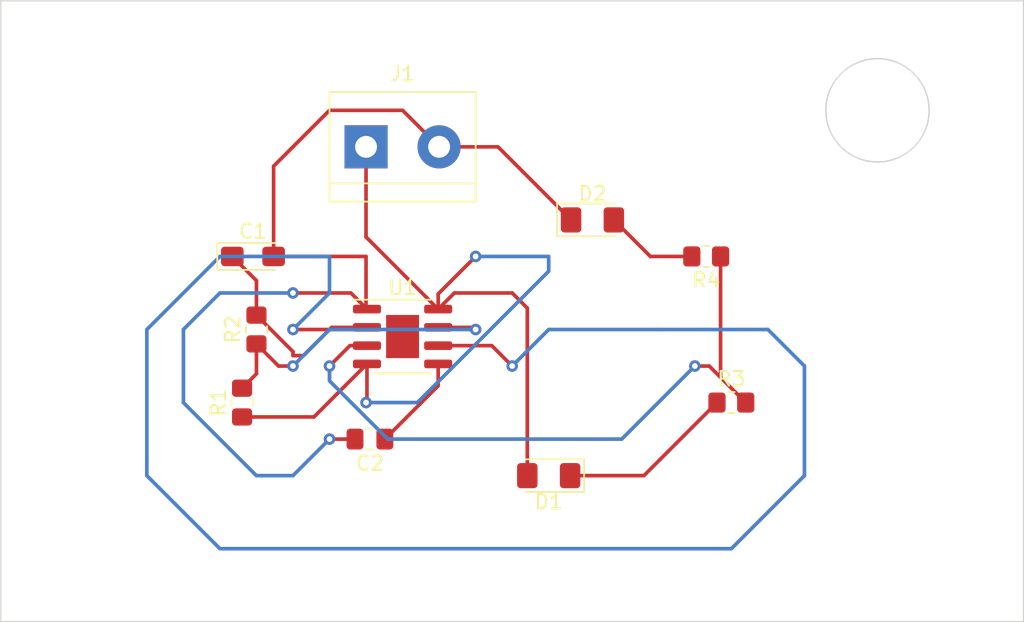
<source format=kicad_pcb>
(kicad_pcb (version 20211014) (generator pcbnew)
  (layers (0 "F.Cu" signal) (31 "B.Cu" signal) (34 "B.Paste" user) (35 "F.Paste" user) (36 "B.SilkS" user "B.Silkscreen") (37 "F.SilkS" user "F.Silkscreen") (38 "B.Mask" user) (39 "F.Mask" user) (44 "Edge.Cuts" user))
  (net 0 "")
  (net 1 "/pin_2")
  (net 2 "GND")
  (net 3 "Net-(C2-Pad1)")
  (net 4 "Net-(D1-Pad1)")
  (net 5 "+9V")
  (net 6 "Net-(D2-Pad2)")
  (net 7 "/pin_7")
  (net 8 "/pin_3")
  (footprint "Capacitor_SMD:C_0805_2012Metric_Pad1.18x1.45mm_HandSolder" (layer "F.Cu") (at 139.97 88.9 180)
    (fp_text reference "C2" (at 0 -1.68) (layer "F.SilkS"))
    (fp_text value "0.01 uF")
    (fp_line (start -0.261252 0.735) (end 0.261252 0.735) (layer "F.SilkS") (width 0.12))
    (fp_line (start -0.261252 -0.735) (end 0.261252 -0.735) (layer "F.SilkS") (width 0.12))
    (pad "1" smd roundrect (at -1.0375 0 180) (size 1.175 1.45) (layers "F.Cu" "F.Paste" "F.Mask") (roundrect_rratio 0.2127659574) (net 3 "Net-(C2-Pad1)"))
    (pad "2" smd roundrect (at 1.0375 0 180) (size 1.175 1.45) (layers "F.Cu" "F.Paste" "F.Mask") (roundrect_rratio 0.2127659574) (net 2 "GND"))
  )
  (footprint "Resistor_SMD:R_0805_2012Metric_Pad1.20x1.40mm_HandSolder" (layer "F.Cu") (at 131.08 86.36 90)
    (fp_text reference "R1" (at 0 -1.65 90) (layer "F.SilkS"))
    (fp_text value "1k")
    (fp_line (start -0.227064 0.735) (end 0.227064 0.735) (layer "F.SilkS") (width 0.12))
    (fp_line (start -0.227064 -0.735) (end 0.227064 -0.735) (layer "F.SilkS") (width 0.12))
    (pad "1" smd roundrect (at -1 0 90) (size 1.2 1.4) (layers "F.Cu" "F.Paste" "F.Mask") (roundrect_rratio 0.2083333333) (net 5 "+9V"))
    (pad "2" smd roundrect (at 1 0 90) (size 1.2 1.4) (layers "F.Cu" "F.Paste" "F.Mask") (roundrect_rratio 0.2083333333) (net 7 "/pin_7"))
  )
  (footprint "LED_SMD:LED_1206_3216Metric_Pad1.42x1.75mm_HandSolder" (layer "F.Cu") (at 155.4425 73.66)
    (fp_text reference "D2" (at 0 -1.82) (layer "F.SilkS"))
    (fp_text value "LED")
    (fp_line (start 1.6 -1.135) (end -2.46 -1.135) (layer "F.SilkS") (width 0.12))
    (fp_line (start -2.46 -1.135) (end -2.46 1.135) (layer "F.SilkS") (width 0.12))
    (fp_line (start -2.46 1.135) (end 1.6 1.135) (layer "F.SilkS") (width 0.12))
    (pad "1" smd roundrect (at -1.4875 0) (size 1.425 1.75) (layers "F.Cu" "F.Paste" "F.Mask") (roundrect_rratio 0.1754392982) (net 2 "GND"))
    (pad "2" smd roundrect (at 1.4875 0) (size 1.425 1.75) (layers "F.Cu" "F.Paste" "F.Mask") (roundrect_rratio 0.1754392982) (net 6 "Net-(D2-Pad2)"))
  )
  (footprint "LED_SMD:LED_1206_3216Metric_Pad1.42x1.75mm_HandSolder" (layer "F.Cu") (at 152.4 91.44 180)
    (fp_text reference "D1" (at 0 -1.82) (layer "F.SilkS"))
    (fp_text value "LED")
    (fp_line (start -2.46 1.135) (end 1.6 1.135) (layer "F.SilkS") (width 0.12))
    (fp_line (start -2.46 -1.135) (end -2.46 1.135) (layer "F.SilkS") (width 0.12))
    (fp_line (start 1.6 -1.135) (end -2.46 -1.135) (layer "F.SilkS") (width 0.12))
    (pad "1" smd roundrect (at -1.4875 0 180) (size 1.425 1.75) (layers "F.Cu" "F.Paste" "F.Mask") (roundrect_rratio 0.1754392982) (net 4 "Net-(D1-Pad1)"))
    (pad "2" smd roundrect (at 1.4875 0 180) (size 1.425 1.75) (layers "F.Cu" "F.Paste" "F.Mask") (roundrect_rratio 0.1754392982) (net 5 "+9V"))
  )
  (footprint "Resistor_SMD:R_0805_2012Metric_Pad1.20x1.40mm_HandSolder" (layer "F.Cu") (at 165.1 86.36)
    (fp_text reference "R3" (at 0 -1.65) (layer "F.SilkS"))
    (fp_text value "1k")
    (fp_line (start -0.227064 0.735) (end 0.227064 0.735) (layer "F.SilkS") (width 0.12))
    (fp_line (start -0.227064 -0.735) (end 0.227064 -0.735) (layer "F.SilkS") (width 0.12))
    (pad "1" smd roundrect (at -1 0) (size 1.2 1.4) (layers "F.Cu" "F.Paste" "F.Mask") (roundrect_rratio 0.2083333333) (net 4 "Net-(D1-Pad1)"))
    (pad "2" smd roundrect (at 1 0) (size 1.2 1.4) (layers "F.Cu" "F.Paste" "F.Mask") (roundrect_rratio 0.2083333333) (net 8 "/pin_3"))
  )
  (footprint "Resistor_SMD:R_0805_2012Metric_Pad1.20x1.40mm_HandSolder" (layer "F.Cu") (at 163.35 76.2 180)
    (fp_text reference "R4" (at 0 -1.65) (layer "F.SilkS"))
    (fp_text value "1k")
    (fp_line (start -0.227064 0.735) (end 0.227064 0.735) (layer "F.SilkS") (width 0.12))
    (fp_line (start -0.227064 -0.735) (end 0.227064 -0.735) (layer "F.SilkS") (width 0.12))
    (pad "1" smd roundrect (at -1 0 180) (size 1.2 1.4) (layers "F.Cu" "F.Paste" "F.Mask") (roundrect_rratio 0.2083333333) (net 8 "/pin_3"))
    (pad "2" smd roundrect (at 1 0 180) (size 1.2 1.4) (layers "F.Cu" "F.Paste" "F.Mask") (roundrect_rratio 0.2083333333) (net 6 "Net-(D2-Pad2)"))
  )
  (footprint "Package_SO:SOIC-8-1EP_3.9x4.9mm_P1.27mm_EP2.29x3mm" (layer "F.Cu") (at 142.24 81.7675)
    (fp_text reference "U1" (at 0 -3.4) (layer "F.SilkS"))
    (fp_text value "NE555D")
    (fp_line (start 0 -2.56) (end 1.95 -2.56) (layer "F.SilkS") (width 0.12))
    (fp_line (start 0 -2.56) (end -3.45 -2.56) (layer "F.SilkS") (width 0.12))
    (fp_line (start 0 2.56) (end -1.95 2.56) (layer "F.SilkS") (width 0.12))
    (fp_line (start 0 2.56) (end 1.95 2.56) (layer "F.SilkS") (width 0.12))
    (pad "1" smd roundrect (at -2.475 -1.905) (size 1.95 0.6) (layers "F.Cu" "F.Paste" "F.Mask") (net 2 "GND"))
    (pad "2" smd roundrect (at -2.475 -0.635) (size 1.95 0.6) (layers "F.Cu" "F.Paste" "F.Mask") (net 1 "/pin_2"))
    (pad "3" smd roundrect (at -2.475 0.635) (size 1.95 0.6) (layers "F.Cu" "F.Paste" "F.Mask") (net 8 "/pin_3"))
    (pad "4" smd roundrect (at -2.475 1.905) (size 1.95 0.6) (layers "F.Cu" "F.Paste" "F.Mask") (net 5 "+9V"))
    (pad "5" smd roundrect (at 2.475 1.905) (size 1.95 0.6) (layers "F.Cu" "F.Paste" "F.Mask") (net 3 "Net-(C2-Pad1)"))
    (pad "6" smd roundrect (at 2.475 0.635) (size 1.95 0.6) (layers "F.Cu" "F.Paste" "F.Mask") (net 1 "/pin_2"))
    (pad "7" smd roundrect (at 2.475 -0.635) (size 1.95 0.6) (layers "F.Cu" "F.Paste" "F.Mask") (net 7 "/pin_7"))
    (pad "8" smd roundrect (at 2.475 -1.905) (size 1.95 0.6) (layers "F.Cu" "F.Paste" "F.Mask") (net 5 "+9V"))
    (pad "9" smd rect (at 0 0) (size 2.29 3) (layers "F.Cu" "F.Mask"))
  )
  (footprint "TerminalBlock:TerminalBlock_bornier-2_P5.08mm" (layer "F.Cu") (at 139.7 68.58)
    (fp_text reference "J1" (at 2.54 -5.08) (layer "F.SilkS"))
    (fp_text value "Conn_01x02_Male")
    (fp_line (start -2.54 3.81) (end 7.62 3.81) (layer "F.SilkS") (width 0.12))
    (fp_line (start 7.62 3.81) (end 7.62 -3.81) (layer "F.SilkS") (width 0.12))
    (fp_line (start 7.62 2.54) (end -2.54 2.54) (layer "F.SilkS") (width 0.12))
    (fp_line (start -2.54 -3.81) (end -2.54 3.81) (layer "F.SilkS") (width 0.12))
    (fp_line (start 7.62 -3.81) (end -2.54 -3.81) (layer "F.SilkS") (width 0.12))
    (pad "1" thru_hole rect (at 0 0) (size 3 3) (drill 1.52) (layers *.Cu *.Mask) (net 5 "+9V"))
    (pad "2" thru_hole circle (at 5.08 0) (size 3 3) (drill 1.52) (layers *.Cu *.Mask) (net 2 "GND"))
  )
  (footprint "Resistor_SMD:R_0805_2012Metric_Pad1.20x1.40mm_HandSolder" (layer "F.Cu") (at 132.08 81.28 90)
    (fp_text reference "R2" (at 0 -1.65 90) (layer "F.SilkS"))
    (fp_text value "10k")
    (fp_line (start -0.227064 0.735) (end 0.227064 0.735) (layer "F.SilkS") (width 0.12))
    (fp_line (start -0.227064 -0.735) (end 0.227064 -0.735) (layer "F.SilkS") (width 0.12))
    (pad "1" smd roundrect (at -1 0 90) (size 1.2 1.4) (layers "F.Cu" "F.Paste" "F.Mask") (roundrect_rratio 0.2083333333) (net 7 "/pin_7"))
    (pad "2" smd roundrect (at 1 0 90) (size 1.2 1.4) (layers "F.Cu" "F.Paste" "F.Mask") (roundrect_rratio 0.2083333333) (net 1 "/pin_2"))
  )
  (footprint "Capacitor_Tantalum_SMD:CP_EIA-3216-18_Kemet-A_Pad1.58x1.35mm_HandSolder" (layer "F.Cu") (at 131.8375 76.2)
    (fp_text reference "C1" (at 0 -1.75) (layer "F.SilkS"))
    (fp_text value "10 uF")
    (fp_line (start -2.485 -0.935) (end -2.485 0.935) (layer "F.SilkS") (width 0.12))
    (fp_line (start -2.485 0.935) (end 1.6 0.935) (layer "F.SilkS") (width 0.12))
    (fp_line (start 1.6 -0.935) (end -2.485 -0.935) (layer "F.SilkS") (width 0.12))
    (pad "1" smd roundrect (at -1.4375 0) (size 1.575 1.35) (layers "F.Cu" "F.Paste" "F.Mask") (roundrect_rratio 0.1851851852) (net 1 "/pin_2"))
    (pad "2" smd roundrect (at 1.4375 0) (size 1.575 1.35) (layers "F.Cu" "F.Paste" "F.Mask") (roundrect_rratio 0.1851851852) (net 2 "GND"))
  )
  (gr_rect (start 114.3 58.42) (end 185.42 101.6) (layer "Edge.Cuts") (width 0.1) (fill none))
  (gr_circle (center 175.26 66.04) (end 177.8 68.58) (layer "Edge.Cuts") (width 0.1) (fill none))
  (segment (start 132.08 80.28) (end 134.62 82.82) (width 0.254) (layer "F.Cu") (net 1))
  (segment (start 130.4 76.2) (end 132.08 77.88) (width 0.254) (layer "F.Cu") (net 1))
  (segment (start 134.62 82.82) (end 134.62 83.093) (width 0.254) (layer "F.Cu") (net 1))
  (segment (start 139.765 81.1325) (end 139.6175 81.28) (width 0.254) (layer "F.Cu") (net 1))
  (segment (start 144.715 82.4025) (end 148.4425 82.4025) (width 0.254) (layer "F.Cu") (net 1))
  (segment (start 137.3075 81.1325) (end 139.765 81.1325) (width 0.254) (layer "F.Cu") (net 1))
  (segment (start 148.4425 82.4025) (end 149.86 83.82) (width 0.254) (layer "F.Cu") (net 1))
  (segment (start 135.347 83.093) (end 137.3075 81.1325) (width 0.254) (layer "F.Cu") (net 1))
  (segment (start 132.08 77.88) (end 132.08 80.28) (width 0.254) (layer "F.Cu") (net 1))
  (segment (start 139.6175 81.28) (end 134.62 81.28) (width 0.254) (layer "F.Cu") (net 1))
  (segment (start 134.62 83.093) (end 135.347 83.093) (width 0.254) (layer "F.Cu") (net 1))
  (via (at 149.86 83.82) (size 0.8) (drill 0.4) (layers "F.Cu" "B.Cu") (net 1))
  (via (at 134.62 81.28) (size 0.8) (drill 0.4) (layers "F.Cu" "B.Cu") (net 1))
  (segment (start 160.02 81.28) (end 152.4 81.28) (width 0.254) (layer "B.Cu") (net 1))
  (segment (start 124.46 91.44) (end 129.54 96.52) (width 0.254) (layer "B.Cu") (net 1))
  (segment (start 137.16 76.2) (end 129.54 76.2) (width 0.254) (layer "B.Cu") (net 1))
  (segment (start 137.16 78.74) (end 137.16 76.2) (width 0.254) (layer "B.Cu") (net 1))
  (segment (start 152.4 81.28) (end 149.86 83.82) (width 0.254) (layer "B.Cu") (net 1))
  (segment (start 124.46 81.28) (end 124.46 91.44) (width 0.254) (layer "B.Cu") (net 1))
  (segment (start 134.62 81.28) (end 137.16 78.74) (width 0.254) (layer "B.Cu") (net 1))
  (segment (start 165.1 96.52) (end 170.18 91.44) (width 0.254) (layer "B.Cu") (net 1))
  (segment (start 129.54 76.2) (end 124.46 81.28) (width 0.254) (layer "B.Cu") (net 1))
  (segment (start 167.64 81.28) (end 160.02 81.28) (width 0.254) (layer "B.Cu") (net 1))
  (segment (start 129.54 96.52) (end 165.1 96.52) (width 0.254) (layer "B.Cu") (net 1))
  (segment (start 170.18 83.82) (end 167.64 81.28) (width 0.254) (layer "B.Cu") (net 1))
  (segment (start 170.18 91.44) (end 170.18 83.82) (width 0.254) (layer "B.Cu") (net 1))
  (segment (start 139.7 76.2) (end 139.7 79.7975) (width 0.254) (layer "F.Cu") (net 2))
  (segment (start 138.9325 88.9) (end 137.16 88.9) (width 0.254) (layer "F.Cu") (net 2))
  (segment (start 148.875 68.58) (end 144.78 68.58) (width 0.254) (layer "F.Cu") (net 2))
  (segment (start 133.275 69.925) (end 133.275 76.2) (width 0.254) (layer "F.Cu") (net 2))
  (segment (start 142.24 66.04) (end 137.16 66.04) (width 0.254) (layer "F.Cu") (net 2))
  (segment (start 153.955 73.66) (end 148.875 68.58) (width 0.254) (layer "F.Cu") (net 2))
  (segment (start 139.7 79.7975) (end 139.765 79.8625) (width 0.254) (layer "F.Cu") (net 2))
  (segment (start 139.765 79.8625) (end 138.6425 78.74) (width 0.254) (layer "F.Cu") (net 2))
  (segment (start 138.6425 78.74) (end 134.62 78.74) (width 0.254) (layer "F.Cu") (net 2))
  (segment (start 144.78 68.58) (end 142.24 66.04) (width 0.254) (layer "F.Cu") (net 2))
  (segment (start 137.16 66.04) (end 133.275 69.925) (width 0.254) (layer "F.Cu") (net 2))
  (segment (start 133.275 76.2) (end 139.7 76.2) (width 0.254) (layer "F.Cu") (net 2))
  (via (at 137.16 88.9) (size 0.8) (drill 0.4) (layers "F.Cu" "B.Cu") (net 2))
  (via (at 134.62 78.74) (size 0.8) (drill 0.4) (layers "F.Cu" "B.Cu") (net 2))
  (segment (start 132.08 91.44) (end 134.62 91.44) (width 0.254) (layer "B.Cu") (net 2))
  (segment (start 127 86.36) (end 132.08 91.44) (width 0.254) (layer "B.Cu") (net 2))
  (segment (start 127 81.28) (end 127 86.36) (width 0.254) (layer "B.Cu") (net 2))
  (segment (start 134.62 91.44) (end 137.16 88.9) (width 0.254) (layer "B.Cu") (net 2))
  (segment (start 134.62 78.74) (end 129.54 78.74) (width 0.254) (layer "B.Cu") (net 2))
  (segment (start 129.54 78.74) (end 127 81.28) (width 0.254) (layer "B.Cu") (net 2))
  (segment (start 144.715 85.1925) (end 144.715 83.6725) (width 0.254) (layer "F.Cu") (net 3))
  (segment (start 141.0075 88.9) (end 144.715 85.1925) (width 0.254) (layer "F.Cu") (net 3))
  (segment (start 159.02 91.44) (end 164.1 86.36) (width 0.254) (layer "F.Cu") (net 4))
  (segment (start 153.8875 91.44) (end 159.02 91.44) (width 0.254) (layer "F.Cu") (net 4))
  (segment (start 136.0775 87.36) (end 139.765 83.6725) (width 0.254) (layer "F.Cu") (net 5))
  (segment (start 144.715 79.8625) (end 145.8375 78.74) (width 0.254) (layer "F.Cu") (net 5))
  (segment (start 144.715 78.805) (end 147.32 76.2) (width 0.254) (layer "F.Cu") (net 5))
  (segment (start 139.765 83.6725) (end 139.765 86.295) (width 0.254) (layer "F.Cu") (net 5))
  (segment (start 139.765 86.295) (end 139.7 86.36) (width 0.254) (layer "F.Cu") (net 5))
  (segment (start 149.86 78.74) (end 150.9125 79.7925) (width 0.254) (layer "F.Cu") (net 5))
  (segment (start 145.8375 78.74) (end 149.86 78.74) (width 0.254) (layer "F.Cu") (net 5))
  (segment (start 139.7 68.58) (end 139.7 74.8475) (width 0.254) (layer "F.Cu") (net 5))
  (segment (start 150.9125 79.7925) (end 150.9125 91.44) (width 0.254) (layer "F.Cu") (net 5))
  (segment (start 144.715 79.8625) (end 144.715 78.805) (width 0.254) (layer "F.Cu") (net 5))
  (segment (start 139.7 74.8475) (end 144.715 79.8625) (width 0.254) (layer "F.Cu") (net 5))
  (segment (start 131.08 87.36) (end 136.0775 87.36) (width 0.254) (layer "F.Cu") (net 5))
  (via (at 147.32 76.2) (size 0.8) (drill 0.4) (layers "F.Cu" "B.Cu") (net 5))
  (via (at 139.7 86.36) (size 0.8) (drill 0.4) (layers "F.Cu" "B.Cu") (net 5))
  (segment (start 139.7 86.36) (end 143.268134 86.36) (width 0.254) (layer "B.Cu") (net 5))
  (segment (start 152.4 76.2) (end 147.32 76.2) (width 0.254) (layer "B.Cu") (net 5))
  (segment (start 143.268134 86.36) (end 152.4 77.228134) (width 0.254) (layer "B.Cu") (net 5))
  (segment (start 152.4 77.228134) (end 152.4 76.2) (width 0.254) (layer "B.Cu") (net 5))
  (segment (start 162.35 76.2) (end 159.47 76.2) (width 0.254) (layer "F.Cu") (net 6))
  (segment (start 159.47 76.2) (end 156.93 73.66) (width 0.254) (layer "F.Cu") (net 6))
  (segment (start 131.08 85.36) (end 132.08 84.36) (width 0.254) (layer "F.Cu") (net 7))
  (segment (start 144.715 81.1325) (end 147.1725 81.1325) (width 0.254) (layer "F.Cu") (net 7))
  (segment (start 133.62 83.82) (end 134.62 83.82) (width 0.254) (layer "F.Cu") (net 7))
  (segment (start 132.08 84.36) (end 132.08 82.28) (width 0.254) (layer "F.Cu") (net 7))
  (segment (start 147.1725 81.1325) (end 147.32 81.28) (width 0.254) (layer "F.Cu") (net 7))
  (segment (start 132.08 82.28) (end 133.62 83.82) (width 0.254) (layer "F.Cu") (net 7))
  (via (at 134.62 83.82) (size 0.8) (drill 0.4) (layers "F.Cu" "B.Cu") (net 7))
  (via (at 147.32 81.28) (size 0.8) (drill 0.4) (layers "F.Cu" "B.Cu") (net 7))
  (segment (start 137.16 81.28) (end 147.32 81.28) (width 0.254) (layer "B.Cu") (net 7))
  (segment (start 134.62 83.82) (end 137.16 81.28) (width 0.254) (layer "B.Cu") (net 7))
  (segment (start 138.5775 82.4025) (end 137.16 83.82) (width 0.254) (layer "F.Cu") (net 8))
  (segment (start 164.35 84.61) (end 164.35 76.2) (width 0.254) (layer "F.Cu") (net 8))
  (segment (start 164.35 84.61) (end 163.56 83.82) (width 0.254) (layer "F.Cu") (net 8))
  (segment (start 163.56 83.82) (end 162.56 83.82) (width 0.254) (layer "F.Cu") (net 8))
  (segment (start 166.1 86.36) (end 164.35 84.61) (width 0.254) (layer "F.Cu") (net 8))
  (segment (start 139.765 82.4025) (end 138.5775 82.4025) (width 0.254) (layer "F.Cu") (net 8))
  (via (at 137.16 83.82) (size 0.8) (drill 0.4) (layers "F.Cu" "B.Cu") (net 8))
  (via (at 162.56 83.82) (size 0.8) (drill 0.4) (layers "F.Cu" "B.Cu") (net 8))
  (segment (start 137.16 83.82) (end 137.16 84.848134) (width 0.254) (layer "B.Cu") (net 8))
  (segment (start 157.48 88.9) (end 162.56 83.82) (width 0.254) (layer "B.Cu") (net 8))
  (segment (start 137.16 84.848134) (end 141.211866 88.9) (width 0.254) (layer "B.Cu") (net 8))
  (segment (start 141.211866 88.9) (end 157.48 88.9) (width 0.254) (layer "B.Cu") (net 8))
)
</source>
